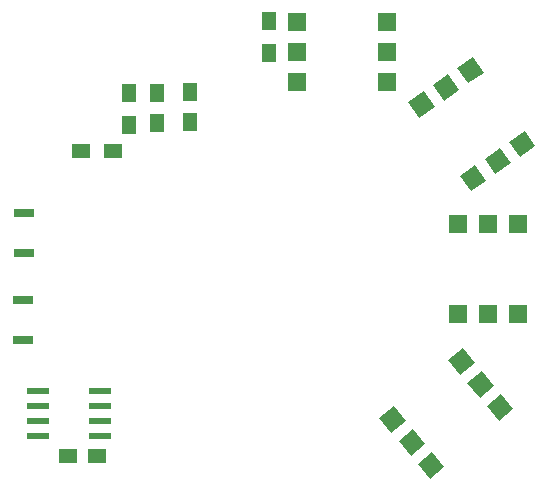
<source format=gtp>
G04 #@! TF.FileFunction,Paste,Top*
%FSLAX46Y46*%
G04 Gerber Fmt 4.6, Leading zero omitted, Abs format (unit mm)*
G04 Created by KiCad (PCBNEW 4.0.7) date 01/22/18 19:21:18*
%MOMM*%
%LPD*%
G01*
G04 APERTURE LIST*
%ADD10C,0.100000*%
%ADD11R,1.600000X1.600000*%
%ADD12R,1.981200X0.558800*%
%ADD13R,1.700000X0.800000*%
%ADD14R,1.250000X1.500000*%
%ADD15R,1.500000X1.300000*%
%ADD16R,1.300000X1.500000*%
%ADD17R,1.500000X1.250000*%
G04 APERTURE END LIST*
D10*
G36*
X160190085Y-105630334D02*
X159161624Y-104404663D01*
X160387295Y-103376202D01*
X161415756Y-104601873D01*
X160190085Y-105630334D01*
X160190085Y-105630334D01*
G37*
G36*
X169292705Y-104623798D02*
X168264244Y-103398127D01*
X169489915Y-102369666D01*
X170518376Y-103595337D01*
X169292705Y-104623798D01*
X169292705Y-104623798D01*
G37*
G36*
X161822766Y-107576087D02*
X160794305Y-106350416D01*
X162019976Y-105321955D01*
X163048437Y-106547626D01*
X161822766Y-107576087D01*
X161822766Y-107576087D01*
G37*
G36*
X167660024Y-102678045D02*
X166631563Y-101452374D01*
X167857234Y-100423913D01*
X168885695Y-101649584D01*
X167660024Y-102678045D01*
X167660024Y-102678045D01*
G37*
G36*
X163455446Y-109521840D02*
X162426985Y-108296169D01*
X163652656Y-107267708D01*
X164681117Y-108493379D01*
X163455446Y-109521840D01*
X163455446Y-109521840D01*
G37*
G36*
X166027344Y-100732292D02*
X164998883Y-99506621D01*
X166224554Y-98478160D01*
X167253015Y-99703831D01*
X166027344Y-100732292D01*
X166027344Y-100732292D01*
G37*
D11*
X165870000Y-95550000D03*
X170950000Y-87930000D03*
X168410000Y-95550000D03*
X168410000Y-87930000D03*
X170950000Y-95550000D03*
X165870000Y-87930000D03*
D12*
X130300000Y-103360000D03*
X135500000Y-103360000D03*
X130300000Y-102090000D03*
X130300000Y-104630000D03*
X130300000Y-105900000D03*
X135500000Y-102090000D03*
X135500000Y-104630000D03*
X135500000Y-105900000D03*
D11*
X159860000Y-75900000D03*
X152240000Y-70820000D03*
X159860000Y-73360000D03*
X152240000Y-73360000D03*
X159860000Y-70820000D03*
X152240000Y-75900000D03*
D13*
X129010000Y-97790000D03*
X129010000Y-94390000D03*
X129100000Y-90450000D03*
X129100000Y-87050000D03*
D10*
G36*
X168224183Y-84286460D02*
X166913540Y-85204183D01*
X165995817Y-83893540D01*
X167306460Y-82975817D01*
X168224183Y-84286460D01*
X168224183Y-84286460D01*
G37*
G36*
X168014823Y-75130754D02*
X166704180Y-76048477D01*
X165786457Y-74737834D01*
X167097100Y-73820111D01*
X168014823Y-75130754D01*
X168014823Y-75130754D01*
G37*
G36*
X170304829Y-82829576D02*
X168994186Y-83747299D01*
X168076463Y-82436656D01*
X169387106Y-81518933D01*
X170304829Y-82829576D01*
X170304829Y-82829576D01*
G37*
G36*
X165934177Y-76587638D02*
X164623534Y-77505361D01*
X163705811Y-76194718D01*
X165016454Y-75276995D01*
X165934177Y-76587638D01*
X165934177Y-76587638D01*
G37*
G36*
X172385475Y-81372692D02*
X171074832Y-82290415D01*
X170157109Y-80979772D01*
X171467752Y-80062049D01*
X172385475Y-81372692D01*
X172385475Y-81372692D01*
G37*
G36*
X163853531Y-78044522D02*
X162542888Y-78962245D01*
X161625165Y-77651602D01*
X162935808Y-76733879D01*
X163853531Y-78044522D01*
X163853531Y-78044522D01*
G37*
D14*
X143110000Y-79290000D03*
X143110000Y-76790000D03*
X140330000Y-79380000D03*
X140330000Y-76880000D03*
D15*
X133950000Y-81810000D03*
X136650000Y-81810000D03*
D16*
X149790000Y-73440000D03*
X149790000Y-70740000D03*
X137950000Y-79550000D03*
X137950000Y-76850000D03*
D17*
X132770000Y-107590000D03*
X135270000Y-107590000D03*
M02*

</source>
